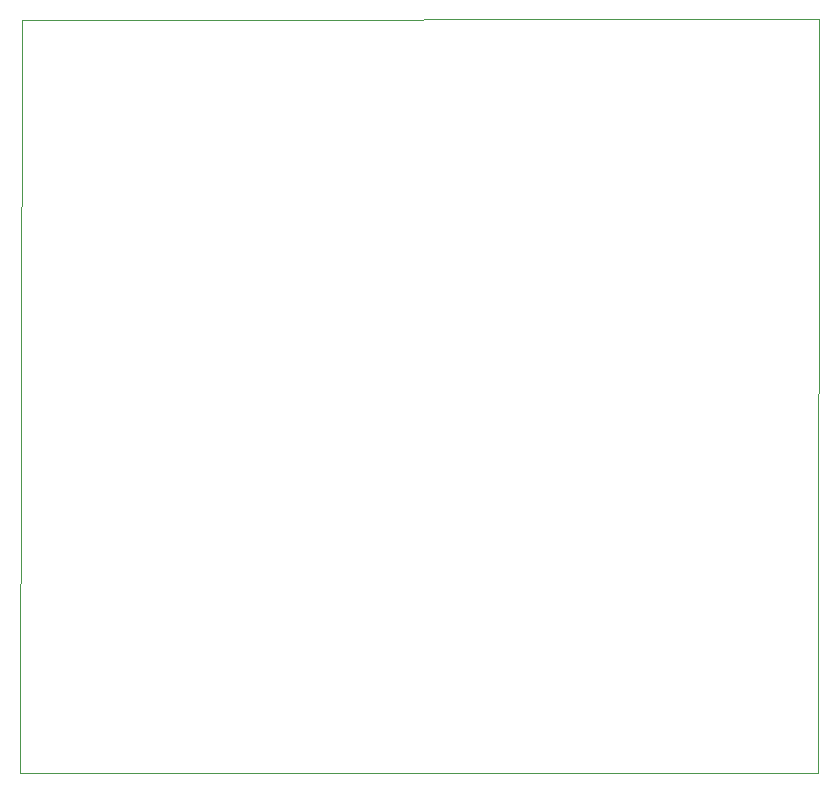
<source format=gbr>
G04 #@! TF.GenerationSoftware,KiCad,Pcbnew,5.99.0-unknown-c3175b4~86~ubuntu16.04.1*
G04 #@! TF.CreationDate,2019-12-02T17:51:56+01:00*
G04 #@! TF.ProjectId,OutAna,4f757441-6e61-42e6-9b69-6361645f7063,rev?*
G04 #@! TF.SameCoordinates,Original*
G04 #@! TF.FileFunction,Profile,NP*
%FSLAX46Y46*%
G04 Gerber Fmt 4.6, Leading zero omitted, Abs format (unit mm)*
G04 Created by KiCad (PCBNEW 5.99.0-unknown-c3175b4~86~ubuntu16.04.1) date 2019-12-02 17:51:56*
%MOMM*%
%LPD*%
G04 APERTURE LIST*
%ADD10C,0.050000*%
G04 APERTURE END LIST*
D10*
X118630000Y-124590000D02*
X118770000Y-60820000D01*
X186180000Y-124590000D02*
X118630000Y-124590000D01*
X186250000Y-60750000D02*
X186180000Y-124590000D01*
X118770000Y-60820000D02*
X186250000Y-60750000D01*
M02*

</source>
